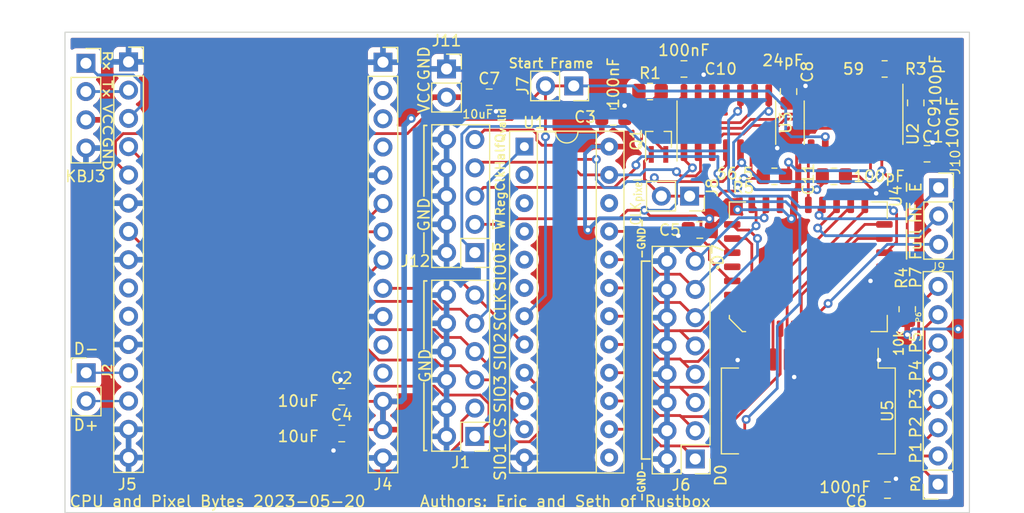
<source format=kicad_pcb>
(kicad_pcb (version 20211014) (generator pcbnew)
  (layers (0 "F.Cu" signal) (31 "B.Cu" signal) (34 "B.Paste" user) (35 "F.Paste" user) (36 "B.SilkS" user "B.Silkscreen") (37 "F.SilkS" user "F.Silkscreen") (38 "B.Mask" user) (39 "F.Mask" user) (44 "Edge.Cuts" user))
  (net 0 "")
  (net 1 "/~{W}")
  (net 2 "/D3")
  (net 3 "/D2")
  (net 4 "/D1")
  (net 5 "/D0")
  (net 6 "GND")
  (net 7 "/Full")
  (net 8 "/Q0")
  (net 9 "/Q1")
  (net 10 "/Q2")
  (net 11 "/Q3")
  (net 12 "/~{R}")
  (net 13 "/Q4")
  (net 14 "/Q5")
  (net 15 "/Q6")
  (net 16 "/Q7")
  (net 17 "/HalfFull")
  (net 18 "/Empty")
  (net 19 "/Reset")
  (net 20 "VCC")
  (net 21 "/D7")
  (net 22 "/D6")
  (net 23 "/D5")
  (net 24 "/D4")
  (net 25 "/SIO0")
  (net 26 "/SIO1")
  (net 27 "/SIO2")
  (net 28 "/SIO3")
  (net 29 "/SCLK")
  (net 30 "/CS")
  (net 31 "/D-")
  (net 32 "/D+")
  (net 33 "/KB_{Tx}")
  (net 34 "/KB_{Rx}")
  (net 40 "/StartFrame")
  (net 43 "/CLK_{pixel}")
  (net 44 "/P0")
  (net 45 "/P1")
  (net 46 "/P2")
  (net 47 "/P3")
  (net 48 "/P4")
  (net 49 "/P5")
  (net 50 "/P6")
  (net 51 "/P7")
  (net 63 "Net-(C9-Pad1)")
  (net 64 "Net-(C11-Pad1)")
  (net 65 "/Half")
  (net 66 "Net-(R5-Pad2)")
  (net 68 "Net-(U2-Pad2)")
  (net 69 "/RegClk")
  (net 70 "/Q_{valid}")
  (net 71 "Net-(C8-Pad1)")
  (footprint "Connector_PinSocket_2.54mm:PinSocket_1x02_P2.54mm_Vertical" (layer "F.Cu") (at 110.49 63.754)
    (fp_text reference "J11")
    (fp_text value "Conn_01x02_Female")
  )
  (footprint "Capacitor_SMD:C_0805_2012Metric_Pad1.18x1.45mm_HandSolder" (layer "F.Cu") (at 125.476 68.072 180)
    (fp_text reference "C3")
    (fp_text value "100nF")
  )
  (footprint "Resistor_SMD:R_0805_2012Metric_Pad1.20x1.40mm_HandSolder" (layer "F.Cu") (at 149.86 63.754)
    (fp_text reference "R3")
    (fp_text value "59")
  )
  (footprint "Connector_PinSocket_2.54mm:PinSocket_1x02_P2.54mm_Vertical" (layer "F.Cu") (at 132.334 75.184 -90)
    (fp_text reference "J8")
    (fp_text value "Conn_01x02_Female")
  )
  (footprint "Resistor_SMD:R_0805_2012Metric_Pad1.20x1.40mm_HandSolder" (layer "F.Cu") (at 128.778 65.786)
    (fp_text reference "R1")
    (fp_text value "R")
  )
  (footprint "Package_SO:SOIC-20W_7.5x15.4mm_P1.27mm" (layer "F.Cu") (at 143.002 94.488 -90)
    (fp_text reference "U5")
    (fp_text value "74LS573")
  )
  (footprint "Resistor_SMD:R_0805_2012Metric_Pad1.20x1.40mm_HandSolder" (layer "F.Cu") (at 151.892 85.344 -90)
    (fp_text reference "R4")
    (fp_text value "10k")
  )
  (footprint "Connector_PinSocket_2.54mm:PinSocket_1x03_P2.54mm_Vertical" (layer "F.Cu") (at 154.711 74.437)
    (fp_text reference "J10")
    (fp_text value "Conn_01x03_Female")
  )
  (footprint "Capacitor_SMD:C_0805_2012Metric_Pad1.18x1.45mm_HandSolder" (layer "F.Cu") (at 141.224 65.786 -90)
    (fp_text reference "C8")
    (fp_text value "24pF")
  )
  (footprint "Capacitor_SMD:C_0805_2012Metric_Pad1.18x1.45mm_HandSolder" (layer "F.Cu") (at 114.3215 66.294)
    (fp_text reference "C7")
    (fp_text value "10uF")
  )
  (footprint "Package_SO:SOIC-14_3.9x8.7mm_P1.27mm" (layer "F.Cu") (at 147.066 68.58 -90)
    (fp_text reference "U2")
    (fp_text value "74HC14")
  )
  (footprint "Connector_PinHeader_2.54mm:PinHeader_2x05_P2.54mm_Vertical" (layer "F.Cu") (at 113.035 80.259 180)
    (fp_text reference "J12")
    (fp_text value "Conn_02x05_Odd_Even")
  )
  (footprint "Connector_PinSocket_2.54mm:PinSocket_1x02_P2.54mm_Vertical" (layer "F.Cu") (at 121.92 65.278 -90)
    (fp_text reference "J7")
    (fp_text value "Conn_01x02_Female")
  )
  (footprint "Connector_PinHeader_2.54mm:PinHeader_2x08_P2.54mm_Vertical" (layer "F.Cu") (at 132.842 98.806 180)
    (fp_text reference "J6")
    (fp_text value "Conn_02x08_Odd_Even")
  )
  (footprint "Connector_PinSocket_2.54mm:PinSocket_1x04_P2.54mm_Vertical" (layer "F.Cu") (at 78.08 63.246)
    (fp_text reference "J3")
    (fp_text value "Conn_01x04_Female")
  )
  (footprint "Capacitor_SMD:C_0805_2012Metric_Pad1.18x1.45mm_HandSolder" (layer "F.Cu") (at 101.0705 93.218)
    (fp_text reference "C2")
    (fp_text value "10uF")
  )
  (footprint "Capacitor_SMD:C_0805_2012Metric_Pad1.18x1.45mm_HandSolder" (layer "F.Cu") (at 150.114 101.6 180)
    (fp_text reference "C6")
    (fp_text value "100nF")
  )
  (footprint "Capacitor_SMD:C_0805_2012Metric_Pad1.18x1.45mm_HandSolder" (layer "F.Cu") (at 101.0705 96.52)
    (fp_text reference "C4")
    (fp_text value "10uF")
  )
  (footprint "Package_LCC:PLCC-32_11.4x14.0mm_P1.27mm" (layer "F.Cu") (at 143.002 81.534 90)
    (fp_text reference "U4")
    (fp_text value "IDT7205L12JG")
  )
  (footprint "Package_TO_SOT_SMD:SOT-323_SC-70_Handsoldering" (layer "F.Cu") (at 129.54 70.104 90)
    (fp_text reference "Q1")
    (fp_text value "Q_PMOS_GSD")
  )
  (footprint "Capacitor_SMD:C_0805_2012Metric_Pad1.18x1.45mm_HandSolder" (layer "F.Cu") (at 133.2495 78.232)
    (fp_text reference "C5")
    (fp_text value "100nF")
  )
  (footprint "Capacitor_SMD:C_0805_2012Metric_Pad1.18x1.45mm_HandSolder" (layer "F.Cu") (at 145.301 73.406)
    (fp_text reference "C11")
    (fp_text value "100pF")
  )
  (footprint "Capacitor_SMD:C_0805_2012Metric_Pad1.18x1.45mm_HandSolder" (layer "F.Cu") (at 131.826 63.754 180)
    (fp_text reference "C10")
    (fp_text value "100nF")
  )
  (footprint "Connector_PinHeader_2.54mm:PinHeader_2x06_P2.54mm_Vertical" (layer "F.Cu") (at 113.03 96.774 180)
    (fp_text reference "J1")
    (fp_text value "Conn_02x06_Odd_Even")
  )
  (footprint "Capacitor_SMD:C_0805_2012Metric_Pad1.18x1.45mm_HandSolder" (layer "F.Cu") (at 152.654 66.802 -90)
    (fp_text reference "C9")
    (fp_text value "100pF")
  )
  (footprint "Resistor_SMD:R_0805_2012Metric_Pad1.20x1.40mm_HandSolder" (layer "F.Cu") (at 139.954 73.406)
    (fp_text reference "R5")
    (fp_text value "66.5")
  )
  (footprint "Package_SO:SOIC-14_3.9x8.7mm_P1.27mm" (layer "F.Cu") (at 135.636 68.58 90)
    (fp_text reference "U3")
    (fp_text value "74LS02")
  )
  (footprint "Connector_PinSocket_2.54mm:PinSocket_1x15_P2.54mm_Vertical" (layer "F.Cu") (at 104.775 63.149)
    (fp_text reference "J4")
    (fp_text value "Conn_01x15_Female")
  )
  (footprint "Connector_PinSocket_2.54mm:PinSocket_1x08_P2.54mm_Vertical" (layer "F.Cu") (at 154.661 101.077 180)
    (fp_text reference "J9")
    (fp_text value "Conn_01x08_Female")
  )
  (footprint "Connector_PinHeader_2.54mm:PinHeader_1x02_P2.54mm_Vertical" (layer "F.Cu") (at 78.105 91.059)
    (fp_text reference "J2")
    (fp_text value "Conn_01x02_Female")
  )
  (footprint "Connector_PinSocket_2.54mm:PinSocket_1x15_P2.54mm_Vertical" (layer "F.Cu") (at 81.915 63.119)
    (fp_text reference "J5")
    (fp_text value "Conn_01x15_Female")
  )
  (footprint "Capacitor_SMD:C_0805_2012Metric_Pad1.18x1.45mm_HandSolder" (layer "F.Cu") (at 153.67 71.374 180)
    (fp_text reference "C1")
    (fp_text value "100nF")
  )
  (footprint "Package_DIP:DIP-24_W7.62mm_Socket" (layer "F.Cu") (at 117.485 70.734)
    (fp_text reference "U1")
    (fp_text value "GAL22V10")
  )
  (gr_line (start 128.016 98.806) (end 128.778 98.806) (layer "F.SilkS") (width 0.15))
  (gr_line (start 108.458 68.834) (end 108.712 68.834) (layer "F.SilkS") (width 0.15))
  (gr_line (start 108.458 75.184) (end 108.458 68.834) (layer "F.SilkS") (width 0.15))
  (gr_line (start 108.458 91.948) (end 108.458 98.044) (layer "F.SilkS") (width 0.15))
  (gr_line (start 108.458 88.9) (end 108.458 82.804) (layer "F.SilkS") (width 0.15))
  (gr_line (start 108.458 82.804) (end 108.712 82.804) (layer "F.SilkS") (width 0.15))
  (gr_line (start 108.458 78.486) (end 108.458 80.264) (layer "F.SilkS") (width 0.15))
  (gr_line (start 128.778 81.026) (end 128.016 81.026) (layer "F.SilkS") (width 0.15))
  (gr_line (start 108.458 98.044) (end 108.712 98.044) (layer "F.SilkS") (width 0.15))
  (gr_line (start 128.016 81.026) (end 128.016 98.806) (layer "F.SilkS") (width 0.15))
  (gr_rect (start 76.2 103.632) (end 157.48 60.452) (layer "Edge.Cuts") (width 0.1) (fill none))
  (gr_text "~{HF}" (at 152.654 77.724 90) (layer "F.SilkS") (effects (font (size 1 1)) (justify left)))
  (gr_text "KB" (at 77.216 73.406) (layer "F.SilkS") (effects (font (size 1 1))))
  (gr_text "SCLK" (at 115.316 85.598 90) (layer "F.SilkS") (effects (font (size 1 0.9))))
  (gr_text "P2" (at 152.654 97.028 90) (layer "F.SilkS") (effects (font (size 1 1)) (justify left)))
  (gr_text "RegClk" (at 115.316 74.93 90) (layer "F.SilkS") (effects (font (size 0.8 0.8))))
  (gr_text "CLK_{pixel}" (at 127.508 75.692 90) (layer "F.SilkS") (effects (font (size 0.9 0.75) (thickness 0.12))))
  (gr_text "10uF" (at 97.155 96.774) (layer "F.SilkS") (effects (font (size 1 1))))
  (gr_text "GND" (at 108.458 63.246 90) (layer "F.SilkS") (effects (font (size 1 1))))
  (gr_text "Rx" (at 80.01 62.992 270) (layer "F.SilkS") (effects (font (size 0.8 1))))
  (gr_text "SIO0" (at 115.316 82.042 90) (layer "F.SilkS") (effects (font (size 1 1))))
  (gr_text "Half" (at 115.316 71.628 90) (layer "F.SilkS") (effects (font (size 0.8 0.8))))
  (gr_text "P5" (at 152.654 89.408 90) (layer "F.SilkS") (effects (font (size 1 1)) (justify left)))
  (gr_text "10uF" (at 97.155 93.599) (layer "F.SilkS") (effects (font (size 1 1))))
  (gr_text "CS" (at 115.316 96.012 90) (layer "F.SilkS") (effects (font (size 1 1))))
  (gr_text "Q_{valid}" (at 115.316 68.834 90) (layer "F.SilkS") (effects (font (size 0.8 0.8))))
  (gr_text "CPU and Pixel Bytes 2023-05-20" (at 89.916 102.616) (layer "F.SilkS") (effects (font (size 1 1))))
  (gr_text "P7" (at 152.654 83.566 90) (layer "F.SilkS") (effects (font (size 1 1)) (justify left)))
  (gr_text "Tx" (at 80.01 65.532 270) (layer "F.SilkS") (effects (font (size 0.8 1))))
  (gr_text "VCC" (at 80.01 68.326 270) (layer "F.SilkS") (effects (font (size 0.8 1))))
  (gr_text "P3" (at 152.654 94.488 90) (layer "F.SilkS") (effects (font (size 1 1)) (justify left)))
  (gr_text "P6" (at 152.908 86.614 90) (layer "F.SilkS") (effects (font (size 0.45 0.5) (thickness 0.09)) (justify left)))
  (gr_text "~{E}" (at 152.654 74.93 90) (layer "F.SilkS") (effects (font (size 1 1)) (justify left)))
  (gr_text "GND" (at 80.01 71.374 270) (layer "F.SilkS") (effects (font (size 0.8 1))))
  (gr_text "SIO3" (at 115.316 92.964 90) (layer "F.SilkS") (effects (font (size 1 1))))
  (gr_text "SIO2" (at 115.316 89.154 90) (layer "F.SilkS") (effects (font (size 1 1))))
  (gr_text "GND" (at 108.555 90.424 90) (layer "F.SilkS") (effects (font (size 1 1))))
  (gr_text "GND" (at 108.458 76.835 90) (layer "F.SilkS") (effects (font (size 1 1))))
  (gr_text "SIO1" (at 115.316 99.06 90) (layer "F.SilkS") (effects (font (size 1 1))))
  (gr_text "P4" (at 152.654 91.948 90) (layer "F.SilkS") (effects (font (size 1 1)) (justify left)))
  (gr_text "Start Frame" (at 119.888 63.246) (layer "F.SilkS") (effects (font (size 0.85 0.85))))
  (gr_text "-GND-" (at 128.016 100.838 90) (layer "F.SilkS") (effects (font (size 0.65 0.65))))
  (gr_text "Authors: Eric and Seth of Rustbox" (at 121.158 102.616) (layer "F.SilkS") (effects (font (size 1 1))))
  (gr_text "~{Full}" (at 152.654 81.026 90) (layer "F.SilkS") (effects (font (size 1 1)) (justify left)))
  (gr_text "-GND-" (at 128.016 78.994 90) (layer "F.SilkS") (effects (font (size 0.65 0.65))))
  (gr_text "~{R}" (at 115.316 79.756 90) (layer "F.SilkS") (effects (font (size 0.8 0.8))))
  (gr_text "D7" (at 134.874 81.534 90) (layer "F.SilkS") (effects (font (size 1 1)) (justify left)))
  (gr_text "D+" (at 78.105 95.758) (layer "F.SilkS") (effects (font (size 1 1))))
  (gr_text "P1" (at 152.654 99.314 90) (layer "F.SilkS") (effects (font (size 1 1)) (justify left)))
  (gr_text "VCC" (at 108.458 66.294 90) (layer "F.SilkS") (effects (font (size 1 1))))
  (gr_text "." (at 134.874 80.772) (layer "F.SilkS") (effects (font (size 2 2))))
  (gr_text "100nF" (at 146.304 101.346) (layer "F.SilkS") (effects (font (size 1 1))))
  (gr_text "10uF" (at 113.284 67.818) (layer "F.SilkS") (effects (font (size 0.75 0.75) (thickness 0.12))))
  (gr_text "D-" (at 78.105 88.9) (layer "F.SilkS") (effects (font (size 1 1))))
  (gr_text "P0" (at 152.654 101.854 90) (layer "F.SilkS") (effects (font (size 0.75 0.75)) (justify left)))
  (gr_text "D0" (at 135.128 101.346 90) (layer "F.SilkS") (effects (font (size 1 1)) (justify left)))
  (gr_text "~{W}" (at 115.316 77.724 90) (layer "F.SilkS") (effects (font (size 0.8 0.8))))
  (segment (start 132.588 72.644) (end 131.826 71.882) (width 0.25) (layer "F.Cu") (net 1))
  (segment (start 116.078 77.216) (end 125.984 77.216) (width 0.25) (layer "F.Cu") (net 1))
  (segment (start 125.984 77.216) (end 126.746 76.454) (width 0.25) (layer "F.Cu") (net 1))
  (segment (start 128.778 76.962) (end 128.27 76.454) (width 0.25) (layer "F.Cu") (net 1))
  (segment (start 134.112 80.890072) (end 134.112 79.564316) (width 0.25) (layer "F.Cu") (net 1))
  (segment (start 134.112 79.564316) (end 133.920316 79.564316) (width 0.25) (layer "F.Cu") (net 1))
  (segment (start 136.025928 82.804) (end 134.112 80.890072) (width 0.25) (layer "F.Cu") (net 1))
  (segment (start 132.842 76.962) (end 128.778 76.962) (width 0.25) (layer "F.Cu") (net 1))
  (segment (start 136.1645 82.804) (end 136.025928 82.804) (width 0.25) (layer "F.Cu") (net 1))
  (segment (start 133.35 77.47) (end 132.842 76.962) (width 0.25) (layer "F.Cu") (net 1))
  (segment (start 113.035 77.719) (end 115.575 77.719) (width 0.25) (layer "F.Cu") (net 1))
  (segment (start 131.826 71.882) (end 131.826 71.055) (width 0.25) (layer "F.Cu") (net 1))
  (segment (start 133.35 78.994) (end 133.35 77.47) (width 0.25) (layer "F.Cu") (net 1))
  (segment (start 126.746 76.454) (end 128.27 76.454) (width 0.25) (layer "F.Cu") (net 1))
  (segment (start 115.575 77.719) (end 116.078 77.216) (width 0.25) (layer "F.Cu") (net 1))
  (segment (start 133.920316 79.564316) (end 133.35 78.994) (width 0.25) (layer "F.Cu") (net 1))
  (via (at 128.27 76.454) (size 0.8) (drill 0.4) (layers "F.Cu" "B.Cu") (net 1))
  (via (at 132.588 72.644) (size 0.8) (drill 0.4) (layers "F.Cu" "B.Cu") (net 1))
  (segment (start 130.556 76.454) (end 131.159489 75.850511) (width 0.25) (layer "B.Cu") (net 1))
  (segment (start 131.159489 75.850511) (end 131.159489 74.009489) (width 0.25) (layer "B.Cu") (net 1))
  (segment (start 131.159489 74.009489) (end 132.524978 72.644) (width 0.25) (layer "B.Cu") (net 1))
  (segment (start 128.27 76.454) (end 130.556 76.454) (width 0.25) (layer "B.Cu") (net 1))
  (segment (start 132.524978 72.644) (end 132.588 72.644) (width 0.25) (layer "B.Cu") (net 1))
  (segment (start 136.1645 86.98451) (end 136.1645 85.344) (width 0.25) (layer "F.Cu") (net 2))
  (segment (start 131.699 90.043) (end 132.842 91.186) (width 0.25) (layer "F.Cu") (net 2))
  (segment (start 125.105 88.514) (end 128.265 88.514) (width 0.25) (layer "F.Cu") (net 2))
  (segment (start 128.265 88.514) (end 129.571511 89.820511) (width 0.25) (layer "F.Cu") (net 2))
  (segment (start 133.10601 90.043) (end 136.1645 86.98451) (width 0.25) (layer "F.Cu") (net 2))
  (segment (start 131.476511 89.820511) (end 131.699 90.043) (width 0.25) (layer "F.Cu") (net 2))
  (segment (start 129.571511 89.820511) (end 131.476511 89.820511) (width 0.25) (layer "F.Cu") (net 2))
  (segment (start 131.699 90.043) (end 133.10601 90.043) (width 0.25) (layer "F.Cu") (net 2))
  (segment (start 136.747489 92.360511) (end 137.922 91.186) (width 0.25) (layer "F.Cu") (net 3))
  (segment (start 137.922 91.186) (end 137.922 87.0965) (width 0.25) (layer "F.Cu") (net 3))
  (segment (start 131.476511 92.360511) (end 132.842 93.726) (width 0.25) (layer "F.Cu") (net 3))
  (segment (start 129.571511 92.360511) (end 131.476511 92.360511) (width 0.25) (layer "F.Cu") (net 3))
  (segment (start 125.105 91.054) (end 128.265 91.054) (width 0.25) (layer "F.Cu") (net 3))
  (segment (start 131.476511 92.360511) (end 136.747489 92.360511) (width 0.25) (layer "F.Cu") (net 3))
  (segment (start 128.265 91.054) (end 129.571511 92.360511) (width 0.25) (layer "F.Cu") (net 3))
  (segment (start 129.571511 94.900511) (end 131.476511 94.900511) (width 0.25) (layer "F.Cu") (net 4))
  (segment (start 125.105 93.594) (end 128.265 93.594) (width 0.25) (layer "F.Cu") (net 4))
  (segment (start 131.572 94.996) (end 135.095072 94.996) (width 0.25) (layer "F.Cu") (net 4))
  (segment (start 131.572 94.996) (end 132.842 96.266) (width 0.25) (layer "F.Cu") (net 4))
  (segment (start 128.265 93.594) (end 129.571511 94.900511) (width 0.25) (layer "F.Cu") (net 4))
  (segment (start 139.192 90.899072) (end 139.192 87.0965) (width 0.25) (layer "F.Cu") (net 4))
  (segment (start 131.476511 94.900511) (end 131.572 94.996) (width 0.25) (layer "F.Cu") (net 4))
  (segment (start 135.095072 94.996) (end 139.192 90.899072) (width 0.25) (layer "F.Cu") (net 4))
  (segment (start 125.105 96.134) (end 128.265 96.134) (width 0.25) (layer "F.Cu") (net 5))
  (segment (start 134.007897 97.631489) (end 140.47248 91.166906) (width 0.25) (layer "F.Cu") (net 5))
  (segment (start 131.667489 97.631489) (end 134.007897 97.631489) (width 0.25) (layer "F.Cu") (net 5))
  (segment (start 128.265 96.134) (end 129.762489 97.631489) (width 0.25) (layer "F.Cu") (net 5))
  (segment (start 140.47248 91.166906) (end 140.47248 87.10698) (width 0.25) (layer "F.Cu") (net 5))
  (segment (start 140.47248 87.10698) (end 140.462 87.0965) (width 0.25) (layer "F.Cu") (net 5))
  (segment (start 131.667489 97.631489) (end 132.842 98.806) (width 0.25) (layer "F.Cu") (net 5))
  (segment (start 129.762489 97.631489) (end 131.667489 97.631489) (width 0.25) (layer "F.Cu") (net 5))
  (segment (start 133.332825 64.008) (end 133.595339 64.270514) (width 0.25) (layer "F.Cu") (net 6))
  (segment (start 154.178 70.358) (end 154.178 70.8445) (width 0.25) (layer "F.Cu") (net 6))
  (segment (start 154.178 70.8445) (end 154.7075 71.374) (width 0.25) (layer "F.Cu") (net 6))
  (segment (start 141.224 66.802) (end 142.748 65.278) (width 0.25) (layer "F.Cu") (net 6))
  (segment (start 100.033 97.747) (end 100.33 98.044) (width 0.25) (layer "F.Cu") (net 6))
  (segment (start 152.654 68.834) (end 154.178 70.358) (width 0.25) (layer "F.Cu") (net 6))
  (segment (start 126.5135 68.072) (end 126.5135 67.0775) (width 0.25) (layer "F.Cu") (net 6))
  (segment (start 137.287 89.863) (end 136.705 89.863) (width 0.25) (layer "F.Cu") (net 6))
  (segment (start 154.2785 71.12) (end 154.2785 70.4585) (width 0.25) (layer "F.Cu") (net 6))
  (segment (start 100.033 96.52) (end 100.033 97.747) (width 0.25) (layer "F.Cu") (net 6))
  (segment (start 147.574 73.406) (end 149.098 74.93) (width 0.25) (layer "F.Cu") (net 6))
  (segment (start 136.705 89.863) (end 136.652 89.916) (width 0.25) (layer "F.Cu") (net 6))
  (segment (start 152.654 67.8395) (end 152.654 68.834) (width 0.25) (layer "F.Cu") (net 6))
  (segment (start 148.59 82.804) (end 149.8395 82.804) (width 0.25) (layer "F.Cu") (net 6))
  (segment (start 115.359 67.14) (end 114.935 67.564) (width 0.25) (layer "F.Cu") (net 6))
  (segment (start 115.359 66.294) (end 115.359 67.14) (width 0.25) (layer "F.Cu") (net 6))
  (segment (start 131.826 78.232) (end 131.318 78.74) (width 0.25) (layer "F.Cu") (net 6))
  (segment (start 143.256 65.786) (end 142.748 65.278) (width 0.25) (layer "F.Cu") (net 6))
  (segment (start 139.446 71.055) (end 140.019 71.055) (width 0.25) (layer "F.Cu") (net 6))
  (segment (start 141.224 66.8235) (end 141.224 66.802) (width 0.25) (layer "F.Cu") (net 6))
  (segment (start 132.212 78.232) (end 131.826 78.232) (width 0.25) (layer "F.Cu") (net 6))
  (segment (start 140.019 71.055) (end 140.208 70.866) (width 0.25) (layer "F.Cu") (net 6))
  (segment (start 143.256 66.105) (end 143.256 65.786) (width 0.25) (layer "F.Cu") (net 6))
  (segment (start 141.732 87.0965) (end 141.732 91.44) (width 0.25) (layer "F.Cu") (net 6))
  (segment (start 100.033 93.218) (end 100.033 92.626) (width 0.25) (layer "F.Cu") (net 6))
  (segment (start 148.717 89.863) (end 149.299 89.863) (width 0.25) (layer "F.Cu") (net 6))
  (segment (start 149.299 89.863) (end 149.352 89.916) (width 0.25) (layer "F.Cu") (net 6))
  (segment (start 133.380014 64.270514) (end 132.8635 63.754) (width 0.25) (layer "F.Cu") (net 6))
  (segment (start 133.595339 64.270514) (end 133.380014 64.270514) (width 0.25) (layer "F.Cu") (net 6))
  (segment (start 154.2785 70.4585) (end 154.178 70.358) (width 0.25) (layer "F.Cu") (net 6))
  (segment (start 100.033 92.626) (end 100.965 91.694) (width 0.25) (layer "F.Cu") (net 6))
  (segment (start 126.5135 67.0775) (end 126.492 67.056) (width 0.25) (layer "F.Cu") (net 6))
  (segment (start 151.1515 100.8595) (end 150.876 100.584) (width 0.25) (layer "F.Cu") (net 6))
  (segment (start 146.076 73.406) (end 147.574 73.406) (width 0.25) (layer "F.Cu") (net 6))
  (segment (start 151.1515 101.6) (end 151.1515 100.8595) (width 0.25) (layer "F.Cu") (net 6))
  (via (at 131.318 78.74) (size 0.8) (drill 0.4) (layers "F.Cu" "B.Cu") (net 6))
  (via (at 136.652 89.916) (size 0.8) (drill 0.4) (layers "F.Cu" "B.Cu") (net 6))
  (via (at 149.098 74.93) (size 0.8) (drill 0.4) (layers "F.Cu" "B.Cu") (net 6))
  (via (at 154.178 70.358) (size 0.8) (drill 0.4) (layers "F.Cu" "B.Cu") (net 6))
  (via (at 142.748 65.278) (size 0.8) (drill 0.4) (layers "F.Cu" "B.Cu") (net 6))
  (via (at 149.352 89.916) (size 0.8) (drill 0.4) (layers "F.Cu" "B.Cu") (net 6))
  (via (at 126.492 67.056) (size 0.8) (drill 0.4) (layers "F.Cu" "B.Cu") (net 6))
  (via (at 148.59 82.804) (size 0.8) (drill 0.4) (layers "F.Cu" "B.Cu") (net 6))
  (via (at 141.732 91.44) (size 0.8) (drill 0.4) (layers "F.Cu" "B.Cu") (net 6))
  (via (at 114.935 67.564) (size 0.8) (drill 0.4) (layers "F.Cu" "B.Cu") (net 6))
  (via (at 140.208 70.866) (size 0.8) (drill 0.4) (layers "F.Cu" "B.Cu") (net 6))
  (via (at 150.876 100.584) (size 0.8) (drill 0.4) (layers "F.Cu" "B.Cu") (net 6))
  (via (at 100.965 91.694) (size 0.8) (drill 0.4) (layers "F.Cu" "B.Cu") (net 6))
  (via (at 100.33 98.044) (size 0.8) (drill 0.4) (layers "F.Cu" "B.Cu") (net 6))
  (via (at 133.595339 64.270514) (size 0.8) (drill 0.4) (layers "F.Cu" "B.Cu") (net 6))
  (segment (start 130.302 81.026) (end 130.302 83.566) (width 0.25) (layer "B.Cu") (net 6))
  (segment (start 130.302 83.566) (end 130.302 86.106) (width 0.25) (layer "B.Cu") (net 6))
  (segment (start 143.002 86.614) (end 143.002 87.0965) (width 0.25) (layer "F.Cu") (net 7))
  (segment (start 144.78 84.836) (end 143.002 86.614) (width 0.25) (layer "F.Cu") (net 7))
  (via (at 144.78 84.836) (size 0.8) (drill 0.4) (layers "F.Cu" "B.Cu") (net 7))
  (segment (start 150.099 79.517) (end 144.78 84.836) (width 0.25) (layer "B.Cu") (net 7))
  (segment (start 154.711 79.517) (end 150.099 79.517) (width 0.25) (layer "B.Cu") (net 7))
  (segment (start 147.447 89.461928) (end 146.18748 88.202408) (width 0.25) (layer "F.Cu") (net 8))
  (segment (start 147.447 89.863) (end 147.447 89.461928) (width 0.25) (layer "F.Cu") (net 8))
  (segment (start 144.59752 86.03448) (end 144.272 86.36) (width 0.25) (layer "F.Cu") (net 8))
  (segment (start 144.272 86.36) (end 144.272 87.0965) (width 0.25) (layer "F.Cu") (net 8))
  (segment (start 146.18748 86.24348) (end 145.97848 86.03448) (width 0.25) (layer "F.Cu") (net 8))
  (segment (start 146.18748 88.202408) (end 146.18748 86.24348) (width 0.25) (layer "F.Cu") (net 8))
  (segment (start 145.97848 86.03448) (end 144.59752 86.03448) (width 0.25) (layer "F.Cu") (net 8))
  (segment (start 145.542 87.0965) (end 145.542 89.228) (width 0.25) (layer "F.Cu") (net 9))
  (segment (start 145.542 89.228) (end 146.177 89.863) (width 0.25) (layer "F.Cu") (net 9))
  (segment (start 144.907 90.264072) (end 145.830448 91.18752) (width 0.25) (layer "F.Cu") (net 10))
  (segment (start 144.907 89.863) (end 144.907 90.264072) (width 0.25) (layer "F.Cu") (net 10))
  (segment (start 145.830448 91.18752) (end 147.82648 91.18752) (width 0.25) (layer "F.Cu") (net 10))
  (segment (start 148.082 90.932) (end 148.082 87.0965) (width 0.25) (layer "F.Cu") (net 10))
  (segment (start 147.82648 91.18752) (end 148.082 90.932) (width 0.25) (layer "F.Cu") (net 10))
  (segment (start 143.637 90.264072) (end 145.009968 91.63704) (width 0.25) (layer "F.Cu") (net 11))
  (segment (start 143.637 89.863) (end 143.637 90.264072) (width 0.25) (layer "F.Cu") (net 11))
  (segment (start 145.009968 91.63704) (end 148.90096 91.63704) (width 0.25) (layer "F.Cu") (net 11))
  (segment (start 150.076511 90.461489) (end 150.076511 85.581011) (width 0.25) (layer "F.Cu") (net 11))
  (segment (start 148.90096 91.63704) (end 150.076511 90.461489) (width 0.25) (layer "F.Cu") (net 11))
  (segment (start 150.076511 85.581011) (end 149.8395 85.344) (width 0.25) (layer "F.Cu") (net 11))
  (segment (start 149.978072 80.264) (end 149.8395 80.264) (width 0.25) (layer "F.Cu") (net 12))
  (segment (start 136.906 67.31) (end 136.652 67.564) (width 0.25) (layer "F.Cu") (net 12))
  (segment (start 150.93448 79.307592) (end 150.93448 76.76648) (width 0.25) (layer "F.Cu") (net 12))
  (segment (start 150.93448 76.76648) (end 150.6595 76.4915) (width 0.25) (layer "F.Cu") (net 12))
  (segment (start 150.93448 79.307592) (end 149.978072 80.264) (width 0.25) (layer "F.Cu") (net 12))
  (segment (start 136.906 66.105) (end 136.906 67.31) (width 0.25) (layer "F.Cu") (net 12))
  (via (at 136.652 67.564) (size 0.8) (drill 0.4) (layers "F.Cu" "B.Cu") (net 12))
  (via (at 150.6595 76.4915) (size 0.8) (drill 0.4) (layers "F.Cu" "B.Cu") (net 12))
  (segment (start 150.6595 76.4915) (end 150.351927 76.183927) (width 0.25) (layer "B.Cu") (net 12))
  (segment (start 111.860489 69.612501) (end 111.860489 79.084489) (width 0.25) (layer "B.Cu") (net 12))
  (segment (start 111.860489 79.084489) (end 113.035 80.259) (width 0.25) (layer "B.Cu") (net 12))
  (segment (start 112.548501 68.924489) (end 111.860489 69.612501) (width 0.25) (layer "B.Cu") (net 12))
  (segment (start 141.224 75.184) (end 136.389386 75.184) (width 0.25) (layer "B.Cu") (net 12))
  (segment (start 135.838173 68.377827) (end 136.652 67.564) (width 0.25) (layer "B.Cu") (net 12))
  (segment (start 135.838173 74.632787) (end 135.838173 68.377827) (width 0.25) (layer "B.Cu") (net 12))
  (segment (start 136.389386 75.184) (end 135.838173 74.632787) (width 0.25) (layer "B.Cu") (net 12))
  (segment (start 126.582489 68.924489) (end 112.548501 68.924489) (width 0.25) (layer "B.Cu") (net 12))
  (segment (start 150.351927 76.183927) (end 142.223927 76.183927) (width 0.25) (layer "B.Cu") (net 12))
  (segment (start 128.778 71.12) (end 126.582489 68.924489) (width 0.25) (layer "B.Cu") (net 12))
  (segment (start 135.838173 71.12) (end 128.778 71.12) (width 0.25) (layer "B.Cu") (net 12))
  (segment (start 142.223927 76.183927) (end 141.224 75.184) (width 0.25) (layer "B.Cu") (net 12))
  (segment (start 142.367 89.863) (end 142.367 84.074718) (width 0.25) (layer "F.Cu") (net 13))
  (segment (start 142.367 84.074718) (end 147.447718 78.994) (width 0.25) (layer "F.Cu") (net 13))
  (segment (start 147.447718 78.994) (end 149.8395 78.994) (width 0.25) (layer "F.Cu") (net 13))
  (segment (start 141.097 89.863) (end 141.097 84.709) (width 0.25) (layer "F.Cu") (net 14))
  (segment (start 141.097 84.709) (end 148.082 77.724) (width 0.25) (layer "F.Cu") (net 14))
  (segment (start 148.082 77.724) (end 149.8395 77.724) (width 0.25) (layer "F.Cu") (net 14))
  (segment (start 139.827 89.863) (end 139.827 84.709) (width 0.25) (layer "F.Cu") (net 15))
  (segment (start 139.827 84.709) (end 148.082 76.454) (width 0.25) (layer "F.Cu") (net 15))
  (segment (start 148.082 76.454) (end 148.082 75.9715) (width 0.25) (layer "F.Cu") (net 15))
  (segment (start 138.557 83.693) (end 139.954 82.296) (width 0.25) (layer "F.Cu") (net 16))
  (segment (start 140.626072 82.296) (end 146.812 76.110072) (width 0.25) (layer "F.Cu") (net 16))
  (segment (start 139.954 82.296) (end 140.626072 82.296) (width 0.25) (layer "F.Cu") (net 16))
  (segment (start 138.557 89.863) (end 138.557 83.693) (width 0.25) (layer "F.Cu") (net 16))
  (segment (start 146.812 76.110072) (end 146.812 75.9715) (width 0.25) (layer "F.Cu") (net 16))
  (segment (start 145.542 76.355474) (end 143.841737 78.055737) (width 0.25) (layer "F.Cu") (net 17))
  (segment (start 145.542 75.9715) (end 145.542 76.355474) (width 0.25) (layer "F.Cu") (net 17))
  (segment (start 145.365737 76.531737) (end 145.365737 76.147763) (width 0.25) (layer "F.Cu") (net 17))
  (segment (start 145.365737 76.147763) (end 145.542 75.9715) (width 0.25) (layer "F.Cu") (net 17))
  (via (at 143.841737 78.055737) (size 0.8) (drill 0.4) (layers "F.Cu" "B.Cu") (net 17))
  (segment (start 144.526 78.74) (end 152.948 78.74) (width 0.25) (layer "B.Cu") (net 17))
  (segment (start 154.711 76.977) (end 152.948 78.74) (width 0.25) (layer "B.Cu") (net 17))
  (segment (start 144.526 78.74) (end 143.841737 78.055737) (width 0.25) (layer "B.Cu") (net 17))
  (segment (start 143.964438 76.279062) (end 144.272 75.9715) (width 0.25) (layer "F.Cu") (net 18))
  (segment (start 143.964438 76.908438) (end 143.964438 76.279062) (width 0.25) (layer "F.Cu") (net 18))
  (via (at 143.964438 76.908438) (size 0.8) (drill 0.4) (layers "F.Cu" "B.Cu") (net 18))
  (segment (start 144.272 77.216) (end 151.932 77.216) (width 0.25) (layer "B.Cu") (net 18))
  (segment (start 154.711 74.437) (end 151.932 77.216) (width 0.25) (layer "B.Cu") (net 18))
  (segment (start 144.272 77.216) (end 143.964438 76.908438) (width 0.25) (layer "B.Cu") (net 18))
  (segment (start 143.002 75.9715) (end 143.002 71.309) (width 0.25) (layer "F.Cu") (net 19))
  (segment (start 143.002 71.309) (end 143.256 71.055) (width 0.25) (layer "F.Cu") (net 19))
  (segment (start 129.54 68.774) (end 129.54 68.326) (width 0.25) (layer "F.Cu") (net 20))
  (segment (start 131.826 64.7915) (end 130.7885 63.754) (width 0.3) (layer "F.Cu") (net 20))
  (segment (start 143.51 69.088) (end 148.073386 69.088) (width 0.25) (layer "F.Cu") (net 20))
  (segment (start 136.025928 80.264) (end 136.1645 80.264) (width 0.25) (layer "F.Cu") (net 20))
  (segment (start 150.941 71.12) (end 150.876 71.055) (width 0.25) (layer "F.Cu") (net 20))
  (segment (start 134.112 78.232) (end 135.939274 76.404726) (width 0.25) (layer "F.Cu") (net 20))
  (segment (start 134.112 78.232) (end 134.112 77.216) (width 0.25) (layer "F.Cu") (net 20))
  (segment (start 110.49 66.294) (end 113.284 66.294) (width 0.5) (layer "F.Cu") (net 20))
  (segment (start 141.948511 70.649489) (end 143.51 69.088) (width 0.25) (layer "F.Cu") (net 20))
  (segment (start 104.775 96.169) (end 102.459 96.169) (width 0.25) (layer "F.Cu") (net 20))
  (segment (start 109.22 66.294) (end 110.49 66.294) (width 0.25) (layer "F.Cu") (net 20))
  (segment (start 141.948511 75.754989) (end 141.948511 70.649489) (width 0.25) (layer "F.Cu") (net 20))
  (segment (start 129.54 68.391) (end 131.826 66.105) (width 0.25) (layer "F.Cu") (net 20))
  (segment (start 102.519 93.629) (end 102.108 93.218) (width 0.25) (layer "F.Cu") (net 20))
  (segment (start 135.939274 76.404726) (end 136.645082 76.404726) (width 0.25) (layer "F.Cu") (net 20))
  (segment (start 148.073386 69.088) (end 148.581386 69.596) (width 0.25) (layer "F.Cu") (net 20))
  (segment (start 141.478 76.2255) (end 141.986 75.7175) (width 0.25) (layer "F.Cu") (net 20))
  (segment (start 104.775 93.629) (end 102.519 93.629) (width 0.25) (layer "F.Cu") (net 20))
  (segment (start 134.112 78.350072) (end 136.025928 80.264) (width 0.25) (layer "F.Cu") (net 20))
  (segment (start 151.892 86.344) (end 151.892 87.63) (width 0.25) (layer "F.Cu") (net 20))
  (segment (start 141.478 77.216) (end 141.478 76.2255) (width 0.25) (layer "F.Cu") (net 20))
  (segment (start 148.581386 69.596) (end 150.368 69.596) (width 0.25) (layer "F.Cu") (net 20))
  (segment (start 134.112 78.232) (end 134.112 78.350072) (width 0.25) (layer "F.Cu") (net 20))
  (segment (start 102.459 96.169) (end 102.108 96.52) (width 0.25) (layer "F.Cu") (net 20))
  (segment (start 149.0765 99.4725) (end 148.717 99.113) (width 0.25) (layer "F.Cu") (net 20))
  (segment (start 150.368 69.596) (end 150.876 70.104) (width 0.25) (layer "F.Cu") (net 20))
  (segment (start 149.0765 101.6) (end 149.0765 99.4725) (width 0.25) (layer "F.Cu") (net 20))
  (segment (start 150.876 70.104) (end 150.876 71.055) (width 0.25) (layer "F.Cu") (net 20))
  (segment (start 107.315 68.199) (end 109.22 66.294) (width 0.5) (layer "F.Cu") (net 20))
  (segment (start 131.826 66.105) (end 131.826 64.7915) (width 0.3) (layer "F.Cu") (net 20))
  (via (at 134.112 77.216) (size 0.8) (drill 0.4) (layers "F.Cu" "B.Cu") (net 20))
  (via (at 107.315 68.199) (size 0.8) (drill 0.4) (layers "F.Cu" "B.Cu") (net 20))
  (via (at 141.478 77.216) (size 0.8) (drill 0.4) (layers "F.Cu" "B.Cu") (net 20))
  (via (at 123.19 78.232) (size 0.8) (drill 0.4) (layers "F.Cu" "B.Cu") (net 20))
  (via (at 156.464 87.122) (size 0.8) (drill 0.4) (layers "F.Cu" "B.Cu") (net 20))
  (via (at 151.892 87.63) (size 0.8) (drill 0.4) (layers "F.Cu" "B.Cu") (net 20))
  (via (at 136.645082 76.404726) (size 0.8) (drill 0.4) (layers "F.Cu" "B.Cu") (net 20))
  (segment (start 104.775 96.169) (end 104.775 93.629) (width 0.5) (layer "B.Cu") (net 20))
  (segment (start 107.315 68.199) (end 106.68 68.834) (width 0.5) (layer "B.Cu") (net 20))
  (segment (start 123.19 78.232) (end 124.242511 77.179489) (width 0.35) (layer "B.Cu") (net 20))
  (segment (start 127.900164 77.179489) (end 127.949186 77.228511) (width 0.35) (layer "B.Cu") (net 20))
  (segment (start 106.396 93.629) (end 104.775 93.629) (width 0.5) (layer "B.Cu") (net 20))
  (segment (start 106.68 68.834) (end 106.68 93.345) (width 0.5) (layer "B.Cu") (net 20))
  (segment (start 106.68 93.345) (end 106.396 93.629) (width 0.5) (layer "B.Cu") (net 20))
  (segment (start 124.242511 77.179489) (end 127.900164 77.179489) (width 0.35) (layer "B.Cu") (net 20))
  (segment (start 123.576 70.734) (end 125.105 70.734) (width 0.35) (layer "B.Cu") (net 20))
  (segment (start 132.242164 77.228511) (end 132.254675 77.216) (width 0.35) (layer "B.Cu") (net 20))
  (segment (start 127.949186 77.228511) (end 132.242164 77.228511) (width 0.35) (layer "B.Cu") (net 20))
  (segment (start 122.936 71.374) (end 122.936 77.978) (width 0.35) (layer "B.Cu") (net 20))
  (segment (start 132.254675 77.216) (end 134.112 77.216) (width 0.35) (layer "B.Cu") (net 20))
  (segment (start 122.936 71.374) (end 123.576 70.734) (width 0.35) (layer "B.Cu") (net 20))
  (segment (start 140.666726 76.404726) (end 141.478 77.216) (width 0.25) (layer "B.Cu") (net 20))
  (segment (start 152.4 87.122) (end 156.464 87.122) (width 0.25) (layer "B.Cu") (net 20))
  (segment (start 151.892 87.63) (end 152.4 87.122) (width 0.25) (layer "B.Cu") (net 20))
  (segment (start 122.936 77.978) (end 123.19 78.232) (width 0.25) (layer "B.Cu") (net 20))
  (segment (start 136.645082 76.404726) (end 140.666726 76.404726) (width 0.25) (layer "B.Cu") (net 20))
  (segment (start 129.54 79.502) (end 132.08 79.502) (width 0.25) (layer "F.Cu") (net 21))
  (segment (start 128.392 78.354) (end 129.54 79.502) (width 0.25) (layer "F.Cu") (net 21))
  (segment (start 139.031799 77.139946) (end 139.031799 76.131701) (width 0.25) (layer "F.Cu") (net 21))
  (segment (start 132.842 80.264) (end 132.842 81.026) (width 0.25) (layer "F.Cu") (net 21))
  (segment (start 125.105 78.354) (end 128.392 78.354) (width 0.25) (layer "F.Cu") (net 21))
  (segment (start 132.08 79.502) (end 132.842 80.264) (width 0.25) (layer "F.Cu") (net 21))
  (segment (start 139.031799 76.131701) (end 139.192 75.9715) (width 0.25) (layer "F.Cu") (net 21))
  (via (at 139.031799 77.139946) (size 0.8) (drill 0.4) (layers "F.Cu" "B.Cu") (net 21))
  (segment (start 139.014043 77.12219) (end 139.031799 77.139946) (width 0.25) (layer "B.Cu") (net 21))
  (segment (start 136.74581 77.12219) (end 139.014043 77.12219) (width 0.25) (layer "B.Cu") (net 21))
  (segment (start 132.842 81.026) (end 136.74581 77.12219) (width 0.25) (layer "B.Cu") (net 21))
  (segment (start 138.307299 77.846701) (end 138.307299 76.356799) (width 0.25) (layer "F.Cu") (net 22))
  (segment (start 125.105 80.894) (end 128.265 80.894) (width 0.25) (layer "F.Cu") (net 22))
  (segment (start 138.307299 76.356799) (end 137.922 75.9715) (width 0.25) (layer "F.Cu") (net 22))
  (segment (start 129.571511 82.200511) (end 131.476511 82.200511) (width 0.25) (layer "F.Cu") (net 22))
  (segment (start 131.476511 82.200511) (end 132.842 83.566) (width 0.25) (layer "F.Cu") (net 22))
  (segment (start 128.265 80.894) (end 129.571511 82.200511) (width 0.25) (layer "F.Cu") (net 22))
  (via (at 138.307299 77.846701) (size 0.8) (drill 0.4) (layers "F.Cu" "B.Cu") (net 22))
  (segment (start 132.842 83.566) (end 132.842 83.312) (width 0.25) (layer "B.Cu") (net 22))
  (segment (start 132.842 83.312) (end 138.307299 77.846701) (width 0.25) (layer "B.Cu") (net 22))
  (segment (start 129.571511 84.740511) (end 131.476511 84.740511) (width 0.25) (layer "F.Cu") (net 23))
  (segment (start 128.265 83.434) (end 129.571511 84.740511) (width 0.25) (layer "F.Cu") (net 23))
  (segment (start 125.105 83.434) (end 128.265 83.434) (width 0.25) (layer "F.Cu") (net 23))
  (segment (start 138.425701 78.989701) (end 137.668 78.232) (width 0.25) (layer "F.Cu") (net 23))
  (segment (start 131.476511 84.740511) (end 132.842 86.106) (width 0.25) (layer "F.Cu") (net 23))
  (segment (start 136.6725 78.232) (end 136.1645 77.724) (width 0.25) (layer "F.Cu") (net 23))
  (segment (start 137.668 78.232) (end 136.6725 78.232) (width 0.25) (layer "F.Cu") (net 23))
  (segment (start 138.434299 78.989701) (end 138.425701 78.989701) (width 0.25) (layer "F.Cu") (net 23))
  (via (at 138.434299 78.989701) (size 0.8) (drill 0.4) (layers "F.Cu" "B.Cu") (net 23))
  (segment (start 132.842 86.106) (end 138.434299 80.513701) (width 0.25) (layer "B.Cu") (net 23))
  (segment (start 138.434299 80.513701) (end 138.434299 78.989701) (width 0.25) (layer "B.Cu") (net 23))
  (segment (start 137.414 78.994) (end 136.1645 78.994) (width 0.25) (layer "F.Cu") (net 24))
  (segment (start 134.874 85.73501) (end 134.874 85.225928) (width 0.25) (layer "F.Cu") (net 24))
  (segment (start 133.328499 87.280511) (end 134.874 85.73501) (width 0.25) (layer "F.Cu") (net 24))
  (segment (start 128.265 85.974) (end 129.571511 87.280511) (width 0.25) (layer "F.Cu") (net 24))
  (segment (start 137.27652 84.71948) (end 137.922 84.074) (width 0.25) (layer "F.Cu") (net 24))
  (segment (start 137.922 84.074) (end 137.922 79.502) (width 0.25) (layer "F.Cu") (net 24))
  (segment (start 131.476511 87.280511) (end 133.328499 87.280511) (width 0.25) (layer "F.Cu") (net 24))
  (segment (start 125.105 85.974) (end 128.265 85.974) (width 0.25) (layer "F.Cu") (net 24))
  (segment (start 129.571511 87.280511) (end 131.476511 87.280511) (width 0.25) (layer "F.Cu") (net 24))
  (segment (start 134.874 85.225928) (end 135.380448 84.71948) (width 0.25) (layer "F.Cu") (net 24))
  (segment (start 137.922 79.502) (end 137.414 78.994) (width 0.25) (layer "F.Cu") (net 24))
  (segment (start 131.476511 87.280511) (end 132.842 88.646) (width 0.25) (layer "F.Cu") (net 24))
  (segment (start 135.380448 84.71948) (end 137.27652 84.71948) (width 0.25) (layer "F.Cu") (net 24))
  (segment (start 108.047 83.469) (end 108.966 82.55) (width 0.25) (layer "F.Cu") (net 25))
  (segment (start 108.966 82.55) (end 111.506 82.55) (width 0.25) (layer "F.Cu") (net 25))
  (segment (start 113.03 84.074) (end 117.47 88.514) (width 0.25) (layer "F.Cu") (net 25))
  (segment (start 104.775 83.469) (end 108.047 83.469) (width 0.25) (layer "F.Cu") (net 25))
  (segment (start 111.506 82.55) (end 113.03 84.074) (width 0.25) (layer "F.Cu") (net 25))
  (segment (start 117.47 88.514) (end 117.485 88.514) (width 0.25) (layer "F.Cu") (net 25))
  (segment (start 118.872 92.441) (end 117.485 91.054) (width 0.25) (layer "F.Cu") (net 26))
  (segment (start 114.3 93.84299) (end 114.3 95.504) (width 0.25) (layer "F.Cu") (net 26))
  (segment (start 114.3 95.504) (end 113.03 96.774) (width 0.25) (layer "F.Cu") (net 26))
  (segment (start 118.872 96.3373) (end 118.872 92.441) (width 0.25) (layer "F.Cu") (net 26))
  (segment (start 81.915 70.739) (end 103.439511 92.263511) (width 0.25) (layer "F.Cu") (net 26))
  (segment (start 113.514511 97.258511) (end 117.950789 97.258511) (width 0.25) (layer "F.Cu") (net 26))
  (segment (start 103.439511 92.263511) (end 109.398501 92.263511) (width 0.25) (layer "F.Cu") (net 26))
  (segment (start 109.398501 92.263511) (end 110.194479 93.059489) (width 0.25) (layer "F.Cu") (net 26))
  (segment (start 117.950789 97.258511) (end 118.872 96.3373) (width 0.25) (layer "F.Cu") (net 26))
  (segment (start 113.03 96.774) (end 113.514511 97.258511) (width 0.25) (layer "F.Cu") (net 26))
  (segment (start 113.516499 93.059489) (end 114.3 93.84299) (width 0.25) (layer "F.Cu") (net 26))
  (segment (start 110.194479 93.059489) (end 113.516499 93.059489) (width 0.25) (layer "F.Cu") (net 26))
  (segment (start 111.76 87.884) (end 113.03 89.154) (width 0.25) (layer "F.Cu") (net 27))
  (segment (start 117.485 93.594) (end 113.045 89.154) (width 0.25) (layer "F.Cu") (net 27))
  (segment (start 102.840718 78.389) (end 101.663859 79.565859) (width 0.25) (layer "F.Cu") (net 27))
  (segment (start 113.045 89.154) (end 113.03 89.154) (width 0.25) (layer "F.Cu") (net 27))
  (segment (start 109.398501 87.183511) (end 110.09899 87.884) (width 0.25) (layer "F.Cu") (net 27))
  (segment (start 104.775 78.389) (end 102.840718 78.389) (width 0.25) (layer "F.Cu") (net 27))
  (segment (start 101.663859 86.550141) (end 102.297229 87.183511) (width 0.25) (layer "F.Cu") (net 27))
  (segment (start 102.297229 87.183511) (end 109.398501 87.183511) (width 0.25) (layer "F.Cu") (net 27))
  (segment (start 101.663859 79.565859) (end 101.663859 86.550141) (width 0.25) (layer "F.Cu") (net 27))
  (segment (start 110.09899 87.884) (end 111.76 87.884) (width 0.25) (layer "F.Cu") (net 27))
  (segment (start 103.600489 77.023511) (end 103.570489 77.023511) (width 0.25) (layer "F.Cu") (net 28))
  (segment (start 109.982 90.424) (end 111.76 90.424) (width 0.25) (layer "F.Cu") (net 28))
  (segment (start 104.775 75.849) (end 103.600489 77.023511) (width 0.25) (layer "F.Cu") (net 28))
  (segment (start 101.092 86.614) (end 104.392489 89.914489) (width 0.25) (layer "F.Cu") (net 28))
  (segment (start 114.554 91.694) (end 116.360489 93.500489) (width 0.25) (layer "F.Cu") (net 28))
  (segment (start 113.03 91.694) (end 114.554 91.694) (width 0.25) (layer "F.Cu") (net 28))
  (segment (start 104.392489 89.914489) (end 109.472489 89.914489) (width 0.25) (layer "F.Cu") (net 28))
  (segment (start 101.092 79.502) (end 101.092 86.614) (width 0.25) (layer "F.Cu") (net 28))
  (segment (start 111.76 90.424) (end 113.03 91.694) (width 0.25) (layer "F.Cu") (net 28))
  (segment (start 116.360489 95.009489) (end 117.485 96.134) (width 0.25) (layer "F.Cu") (net 28))
  (segment (start 103.570489 77.023511) (end 101.092 79.502) (width 0.25) (layer "F.Cu") (net 28))
  (segment (start 116.360489 93.500489) (end 116.360489 95.009489) (width 0.25) (layer "F.Cu") (net 28))
  (segment (start 109.472489 89.914489) (end 109.982 90.424) (width 0.25) (layer "F.Cu") (net 28))
  (segment (start 113.03 86.614) (end 111.76 85.344) (width 0.25) (layer "F.Cu") (net 29))
  (segment (start 102.646 83.85) (end 102.646 83.058) (width 0.25) (layer "F.Cu") (net 29))
  (segment (start 102.646 83.058) (end 104.775 80.929) (width 0.25) (layer "F.Cu") (net 29))
  (segment (start 111.76 85.344) (end 110.09899 85.344) (width 0.25) (layer "F.Cu") (net 29))
  (segment (start 103.439511 84.643511) (end 102.646 83.85) (width 0.25) (layer "F.Cu") (net 29))
  (segment (start 110.09899 85.344) (end 109.398501 84.643511) (width 0.25) (layer "F.Cu") (net 29))
  (segment (start 109.398501 84.643511) (end 103.439511 84.643511) (width 0.25) (layer "F.Cu") (net 29))
  (segment (start 114.209511 85.434489) (end 114.209511 74.009489) (width 0.25) (layer "B.Cu") (net 29))
  (segment (start 113.03 86.614) (end 114.209511 85.434489) (width 0.25) (layer "B.Cu") (net 29))
  (segment (start 114.209511 74.009489) (end 117.485 70.734) (width 0.25) (layer "B.Cu") (net 29))
  (segment (start 99.12098 95.56498) (end 99.12098 97.859594) (width 0.25) (layer "F.Cu") (net 30))
  (segment (start 101.144897 99.883511) (end 109.158489 99.883511) (width 0.25) (layer "F.Cu") (net 30))
  (segment (start 109.158489 99.883511) (end 111.855489 97.186511) (width 0.25) (layer "F.Cu") (net 30))
  (segment (start 111.855489 97.186511) (end 111.855489 95.408511) (width 0.25) (layer "F.Cu") (net 30))
  (segment (start 111.855489 95.408511) (end 113.03 94.234) (width 0.25) (layer "F.Cu") (net 30))
  (segment (start 99.12098 97.859594) (end 101.144897 99.883511) (width 0.25) (layer "F.Cu") (net 30))
  (segment (start 81.915 78.359) (end 99.12098 95.56498) (width 0.25) (layer "F.Cu") (net 30))
  (segment (start 78.105 91.059) (end 81.915 91.059) (width 0.2) (layer "B.Cu") (net 31))
  (segment (start 78.105 93.599) (end 81.915 93.599) (width 0.2) (layer "B.Cu") (net 32))
  (segment (start 81.788 65.786) (end 81.915 65.659) (width 0.25) (layer "B.Cu") (net 33))
  (segment (start 78.08 65.786) (end 81.788 65.786) (width 0.25) (layer "B.Cu") (net 33))
  (segment (start 79.127511 64.293511) (end 78.08 63.246) (width 0.25) (layer "B.Cu") (net 34))
  (segment (start 83.089511 65.055511) (end 82.327511 64.293511) (width 0.25) (layer "B.Cu") (net 34))
  (segment (start 83.089511 67.024489) (end 83.089511 65.055511) (width 0.25) (layer "B.Cu") (net 34))
  (segment (start 81.915 68.199) (end 83.089511 67.024489) (width 0.25) (layer "B.Cu") (net 34))
  (segment (start 82.327511 64.293511) (end 79.127511 64.293511) (width 0.25) (layer "B.Cu") (net 34))
  (segment (start 80.740489 72.104489) (end 80.740489 70.252501) (width 0.25) (layer "F.Cu") (net 40))
  (segment (start 81.428501 69.564489) (end 106.974125 69.564489) (width 0.25) (layer "F.Cu") (net 40))
  (segment (start 108.250103 68.288511) (end 116.369489 68.288511) (width 0.25) (layer "F.Cu") (net 40))
  (segment (start 106.974125 69.564489) (end 108.250103 68.288511) (width 0.25) (layer "F.Cu") (net 40))
  (segment (start 119.38 65.278) (end 121.92 65.278) (width 0.25) (layer "F.Cu") (net 40))
  (segment (start 80.740489 70.252501) (end 81.428501 69.564489) (width 0.25) (layer "F.Cu") (net 40))
  (segment (start 116.369489 68.288511) (end 119.38 65.278) (width 0.25) (layer "F.Cu") (net 40))
  (segment (start 81.915 73.279) (end 80.740489 72.104489) (width 0.25) (layer "F.Cu") (net 40))
  (segment (start 119.38 65.278) (end 119.38 69.85) (width 0.25) (layer "F.Cu") (net 40))
  (segment (start 144.526 69.85) (end 144.526 71.055) (width 0.25) (layer "F.Cu") (net 40))
  (via (at 119.38 69.85) (size 0.8) (drill 0.4) (layers "F.Cu" "B.Cu") (net 40))
  (via (at 144.526 69.85) (size 0.8) (drill 0.4) (layers "F.Cu" "B.Cu") (net 40))
  (segment (start 140.97 69.342) (end 140.97 67.301386) (width 0.25) (layer "B.Cu") (net 40))
  (segment (start 127.254 65.278) (end 127.715304 65.739304) (width 0.25) (layer "B.Cu") (net 40))
  (segment (start 117.485 85.974) (end 119.38 84.079) (width 0.25) (layer "B.Cu") (net 40))
  (segment (start 141.478 69.85) (end 140.97 69.342) (width 0.25) (layer "B.Cu") (net 40))
  (segment (start 127.715304 65.739304) (end 139.407918 65.739304) (width 0.25) (layer "B.Cu") (net 40))
  (segment (start 121.92 65.278) (end 127.254 65.278) (width 0.25) (layer "B.Cu") (net 40))
  (segment (start 140.97 67.301386) (end 139.407918 65.739304) (width 0.25) (layer "B.Cu") (net 40))
  (segment (start 144.526 69.85) (end 141.478 69.85) (width 0.25) (layer "B.Cu") (net 40))
  (segment (start 119.38 84.079) (end 119.38 69.85) (width 0.25) (layer "B.Cu") (net 40))
  (segment (start 128.89 71.232) (end 128.016 70.358) (width 0.25) (layer "F.Cu") (net 43))
  (segment (start 128.016 67.818) (end 127.762 67.564) (width 0.25) (layer "F.Cu") (net 43))
  (segment (start 128.27 73.66) (end 128.27 72.054) (width 0.25) (layer "F.Cu") (net 43))
  (segment (start 132.334 75.184) (end 134.874 75.184) (width 0.25) (layer "F.Cu") (net 43))
  (segment (start 139.446 67.564) (end 139.446 66.105) (width 0.25) (layer "F.Cu") (net 43))
  (segment (start 128.89 71.434) (end 128.89 71.232) (width 0.25) (layer "F.Cu") (net 43))
  (segment (start 128.016 70.358) (end 128.016 67.818) (width 0.25) (layer "F.Cu") (net 43))
  (segment (start 129.794 75.184) (end 132.334 75.184) (width 0.25) (layer "F.Cu") (net 43))
  (segment (start 134.874 75.184) (end 135.32352 74.73448) (width 0.25) (layer "F.Cu") (net 43))
  (segment (start 129.794 75.184) (end 128.27 73.66) (width 0.25) (layer "F.Cu") (net 43))
  (segment (start 127.762 67.564) (end 127.762 65.802) (width 0.25) (layer "F.Cu") (net 43))
  (segment (start 136.33952 74.73448) (end 136.652 74.422) (width 0.25) (layer "F.Cu") (net 43))
  (segment (start 127.762 65.802) (end 127.778 65.786) (width 0.25) (layer "F.Cu") (net 43))
  (segment (start 128.27 72.054) (end 128.89 71.434) (width 0.25) (layer "F.Cu") (net 43))
  (segment (start 135.32352 74.73448) (end 136.33952 74.73448) (width 0.25) (layer "F.Cu") (net 43))
  (via (at 136.652 74.422) (size 0.8) (drill 0.4) (layers "F.Cu" "B.Cu") (net 43))
  (via (at 139.446 67.564) (size 0.8) (drill 0.4) (layers "F.Cu" "B.Cu") (net 43))
  (segment (start 136.287693 70.358) (end 139.081693 67.564) (width 0.25) (layer "B.Cu") (net 43))
  (segment (start 139.081693 67.564) (end 139.446 67.564) (width 0.25) (layer "B.Cu") (net 43))
  (segment (start 136.652 74.422) (end 136.287693 74.057693) (width 0.25) (layer "B.Cu") (net 43))
  (segment (start 136.287693 74.057693) (end 136.287693 70.358) (width 0.25) (layer "B.Cu") (net 43))
  (segment (start 147.447 98.711928) (end 148.370448 97.78848) (width 0.25) (layer "F.Cu") (net 44))
  (segment (start 149.352 98.076928) (end 149.352 98.806) (width 0.25) (layer "F.Cu") (net 44))
  (segment (start 149.063552 97.78848) (end 149.352 98.076928) (width 0.25) (layer "F.Cu") (net 44))
  (segment (start 153.443489 99.859489) (end 154.661 101.077) (width 0.25) (layer "F.Cu") (net 44))
  (segment (start 148.370448 97.78848) (end 149.063552 97.78848) (width 0.25) (layer "F.Cu") (net 44))
  (segment (start 149.352 98.806) (end 150.405489 99.859489) (width 0.25) (layer "F.Cu") (net 44))
  (segment (start 150.405489 99.859489) (end 153.443489 99.859489) (width 0.25) (layer "F.Cu") (net 44))
  (segment (start 147.447 99.113) (end 147.447 98.711928) (width 0.25) (layer "F.Cu") (net 44))
  (segment (start 146.177 98.711928) (end 146.177 99.113) (width 0.25) (layer "F.Cu") (net 45))
  (segment (start 149.24975 97.33896) (end 147.549968 97.33896) (width 0.25) (layer "F.Cu") (net 45))
  (segment (start 150.129 98.537) (end 150.129 98.21821) (width 0.25) (layer "F.Cu") (net 45))
  (segment (start 147.549968 97.33896) (end 146.177 98.711928) (width 0.25) (layer "F.Cu") (net 45))
  (segment (start 150.129 98.21821) (end 149.24975 97.33896) (width 0.25) (layer "F.Cu") (net 45))
  (segment (start 154.661 98.537) (end 150.129 98.537) (width 0.25) (layer "F.Cu") (net 45))
  (segment (start 146.729488 96.88944) (end 144.907 98.711928) (width 0.25) (layer "F.Cu") (net 46))
  (segment (start 153.63 97.028) (end 149.574508 97.028) (width 0.25) (layer "F.Cu") (net 46))
  (segment (start 144.907 99.113) (end 144.907 98.711928) (width 0.25) (layer "F.Cu") (net 46))
  (segment (start 149.574508 97.028) (end 149.435947 96.88944) (width 0.25) (layer "F.Cu") (net 46))
  (segment (start 153.63 97.028) (end 154.661 95.997) (width 0.25) (layer "F.Cu") (net 46))
  (segment (start 146.729488 96.88944) (end 149.435947 96.88944) (width 0.25) (layer "F.Cu") (net 46))
  (segment (start 145.909008 96.43992) (end 143.637 98.711928) (width 0.25) (layer "F.Cu") (net 47))
  (segment (start 151.678079 96.439921) (end 145.909008 96.43992) (width 0.25) (layer "F.Cu") (net 47))
  (segment (start 154.661 93.457) (end 151.678079 96.439921) (width 0.25) (layer "F.Cu") (net 47))
  (segment (start 143.637 98.711928) (end 143.637 99.113) (width 0.25) (layer "F.Cu") (net 47))
  (segment (start 142.367 99.113) (end 142.367 98.711928) (width 0.25) (layer "F.Cu") (net 48))
  (segment (start 149.86 95.758) (end 154.661 90.917) (width 0.25) (layer "F.Cu") (net 48))
  (segment (start 145.088528 95.9904) (end 149.6276 95.9904) (width 0.25) (layer "F.Cu") (net 48))
  (segment (start 149.86 95.758) (end 149.6276 95.9904) (width 0.25) (layer "F.Cu") (net 48))
  (segment (start 145.088528 95.9904) (end 142.367 98.711928) (width 0.25) (layer "F.Cu") (net 48))
  (segment (start 148.082 94.996) (end 154.661 88.377) (width 0.25) (layer "F.Cu") (net 49))
  (segment (start 144.675888 95.13304) (end 141.097 98.711928) (width 0.25) (layer "F.Cu") (net 49))
  (segment (start 144.675888 95.13304) (end 147.94496 95.13304) (width 0.25) (layer "F.Cu") (net 49))
  (segment (start 141.097 99.113) (end 141.097 98.711928) (width 0.25) (layer "F.Cu") (net 49))
  (segment (start 148.082 94.996) (end 147.94496 95.13304) (width 0.25) (layer "F.Cu") (net 49))
  (segment (start 153.416 88.9) (end 153.416 87.082) (width 0.25) (layer "F.Cu") (net 50))
  (segment (start 139.827 99.113) (end 139.827 98.711928) (width 0.25) (layer "F.Cu") (net 50))
  (segment (start 153.416 87.082) (end 154.661 85.837) (width 0.25) (layer "F.Cu") (net 50))
  (segment (start 147.632479 94.68352) (end 153.416 88.9) (width 0.25) (layer "F.Cu") (net 50))
  (segment (start 143.855408 94.68352) (end 139.827 98.711928) (width 0.25) (layer "F.Cu") (net 50))
  (segment (start 143.855408 94.68352) (end 147.632479 94.68352) (width 0.25) (layer "F.Cu") (net 50))
  (segment (start 147.446282 94.234) (end 152.91652 88.763762) (width 0.25) (layer "F.Cu") (net 51))
  (segment (start 152.91652 88.763762) (end 152.91652 85.04148) (width 0.25) (layer "F.Cu") (net 51))
  (segment (start 138.557 99.113) (end 138.557 98.457928) (width 0.25) (layer "F.Cu") (net 51))
  (segment (start 142.780928 94.234) (end 147.446282 94.234) (width 0.25) (layer "F.Cu") (net 51))
  (segment (start 138.557 98.457928) (end 142.780928 94.234) (width 0.25) (layer "F.Cu") (net 51))
  (segment (start 152.91652 85.04148) (end 154.661 83.297) (width 0.25) (layer "F.Cu") (net 51))
  (segment (start 150.876 66.105) (end 152.3135 66.105) (width 0.25) (layer "F.Cu") (net 63))
  (segment (start 150.876 63.77) (end 150.86 63.754) (width 0.25) (layer "F.Cu") (net 63))
  (segment (start 150.876 66.105) (end 150.876 63.77) (width 0.25) (layer "F.Cu") (net 63))
  (segment (start 152.3135 66.105) (end 152.654 65.7645) (width 0.25) (layer "F.Cu") (net 63))
  (segment (start 137.206424 73.590364) (end 138.769636 73.590364) (width 0.25) (layer "F.Cu") (net 64))
  (segment (start 138.364 73.406) (end 137.856 72.898) (width 0.25) (layer "F.Cu") (net 64))
  (segment (start 144.526 73.406) (end 144.526 73.839011) (width 0.25) (layer "F.Cu") (net 64))
  (segment (start 137.856 72.898) (end 137.856 71.375) (width 0.25) (layer "F.Cu") (net 64))
  (segment (start 138.769636 73.590364) (end 138.954 73.406) (width 0.25) (layer "F.Cu") (net 64))
  (segment (start 144.526 73.839011) (end 143.764 74.601011) (width 0.25) (layer "F.Cu") (net 64))
  (segment (start 138.954 73.406) (end 138.364 73.406) (width 0.25) (layer "F.Cu") (net 64))
  (segment (start 137.856 71.375) (end 138.176 71.055) (width 0.25) (layer "F.Cu") (net 64))
  (via (at 143.764 74.601011) (size 0.8) (drill 0.4) (layers "F.Cu" "B.Cu") (net 64))
  (via (at 137.206424 73.590364) (size 0.8) (drill 0.4) (layers "F.Cu" "B.Cu") (net 64))
  (segment (start 143.764 74.601011) (end 138.217071 74.601011) (width 0.25) (layer "B.Cu") (net 64))
  (segment (start 138.217071 74.601011) (end 137.206424 73.590364) (width 0.25) (layer "B.Cu") (net 64))
  (segment (start 113.035 72.639) (end 113.538 72.136) (width 0.25) (layer "F.Cu") (net 65))
  (segment (start 131.534511 73.368511) (end 131.15519 72.98919) (width 0.25) (layer "F.Cu") (net 65))
  (segment (start 133.096 71.055) (end 133.312511 71.271511) (width 0.25) (layer "F.Cu") (net 65))
  (segment (start 137.033718 69.088) (end 137.833207 68.288511) (width 0.25) (layer "F.Cu") (net 65))
  (segment (start 145.729072 67.818) (end 146.42052 67.126552) (width 0.25) (layer "F.Cu") (net 65))
  (segment (start 133.096 70.104) (end 134.112 69.088) (width 0.25) (layer "F.Cu") (net 65))
  (segment (start 132.888103 73.368511) (end 131.534511 73.368511) (width 0.25) (layer "F.Cu") (net 65))
  (segment (start 134.112 69.088) (end 137.033718 69.088) (width 0.25) (layer "F.Cu") (net 65))
  (segment (start 133.096 71.055) (end 133.096 70.104) (width 0.25) (layer "F.Cu") (net 65))
  (segment (start 146.42052 67.126552) (end 146.42052 64.65348) (width 0.25) (layer "F.Cu") (net 65))
  (segment (start 140.716 67.818) (end 145.729072 67.818) (width 0.25) (layer "F.Cu") (net 65))
  (segment (start 137.833207 68.288511) (end 140.245489 68.288511) (width 0.25) (layer "F.Cu") (net 65))
  (segment (start 133.096 71.055) (end 133.096 71.431072) (width 0.25) (layer "F.Cu") (net 65))
  (segment (start 140.245489 68.288511) (end 140.716 67.818) (width 0.25) (layer "F.Cu") (net 65))
  (segment (start 146.42052 64.65348) (end 147.32 63.754) (width 0.25) (layer "F.Cu") (net 65))
  (segment (start 133.312511 71.271511) (end 133.312511 72.944103) (width 0.25) (layer "F.Cu") (net 65))
  (segment (start 113.538 72.136) (end 121.412 72.136) (width 0.25) (layer "F.Cu") (net 65))
  (segment (start 147.32 63.754) (end 148.86 63.754) (width 0.25) (layer "F.Cu") (net 65))
  (segment (start 121.412 72.136) (end 122.55 73.274) (width 0.25) (layer "F.Cu") (net 65))
  (segment (start 133.312511 72.944103) (end 132.888103 73.368511) (width 0.25) (layer "F.Cu") (net 65))
  (segment (start 122.55 73.274) (end 125.105 73.274) (width 0.25) (layer "F.Cu") (net 65))
  (via (at 131.15519 72.98919) (size 0.8) (drill 0.4) (layers "F.Cu" "B.Cu") (net 65))
  (segment (start 131.15519 72.98919) (end 130.97019 72.80419) (width 0.25) (layer "B.Cu") (net 65))
  (segment (start 127.894 73.274) (end 125.105 73.274) (width 0.25) (layer "B.Cu") (net 65))
  (segment (start 128.36381 72.80419) (end 127.894 73.274) (width 0.25) (layer "B.Cu") (net 65))
  (segment (start 130.97019 72.80419) (end 128.36381 72.80419) (width 0.25) (layer "B.Cu") (net 65))
  (segment (start 148.59 71.309) (end 148.336 71.055) (width 0.25) (layer "F.Cu") (net 66))
  (segment (start 141.224 73.136) (end 140.954 73.406) (width 0.25) (layer "F.Cu") (net 66))
  (segment (start 141.224 72.136) (end 141.224 73.136) (width 0.25) (layer "F.Cu") (net 66))
  (segment (start 148.59 73.152) (end 148.59 71.309) (width 0.25) (layer "F.Cu") (net 66))
  (via (at 141.224 72.136) (size 0.8) (drill 0.4) (layers "F.Cu" "B.Cu") (net 66))
  (via (at 148.59 73.152) (size 0.8) (drill 0.4) (layers "F.Cu" "B.Cu") (net 66))
  (segment (start 141.986 72.898) (end 148.336 72.898) (width 0.25) (layer "B.Cu") (net 66))
  (segment (start 141.986 72.898) (end 141.224 72.136) (width 0.25) (layer "B.Cu") (net 66))
  (segment (start 148.336 72.898) (end 148.59 73.152) (width 0.25) (layer "B.Cu") (net 66))
  (segment (start 147.819552 68.26752) (end 149.606 66.481072) (width 0.25) (layer "F.Cu") (net 68))
  (segment (start 137.922718 68.834718) (end 140.334999 68.834718) (width 0.25) (layer "F.Cu") (net 68))
  (segment (start 135.382 69.596) (end 137.161435 69.596) (width 0.25) (layer "F.Cu") (net 68))
  (segment (start 140.902197 68.26752) (end 147.819552 68.26752) (width 0.25) (layer "F.Cu") (net 68))
  (segment (start 134.366 71.055) (end 134.366 70.612) (width 0.25) (layer "F.Cu") (net 68))
  (segment (start 137.161435 69.596) (end 137.922718 68.834718) (width 0.25) (layer "F.Cu") (net 68))
  (segment (start 149.606 66.481072) (end 149.606 66.105) (width 0.25) (layer "F.Cu") (net 68))
  (segment (start 140.334999 68.834718) (end 140.902197 68.26752) (width 0.25) (layer "F.Cu") (net 68))
  (segment (start 134.366 70.612) (end 135.382 69.596) (width 0.25) (layer "F.Cu") (net 68))
  (segment (start 126.492 73.66) (end 127.508 72.644) (width 0.25) (layer "F.Cu") (net 69))
  (segment (start 126.3093 73.66) (end 126.492 73.66) (width 0.25) (layer "F.Cu") (net 69))
  (segment (start 113.035 75.179) (end 113.815489 74.398511) (width 0.25) (layer "F.Cu") (net 69))
  (segment (start 127.508 72.644) (end 127.508 72.39) (width 0.25) (layer "F.Cu") (net 69))
  (segment (start 125.570789 74.398511) (end 126.3093 73.66) (width 0.25) (layer "F.Cu") (net 69))
  (segment (start 137.287 95.377) (end 137.414 95.25) (width 0.25) (layer "F.Cu") (net 69))
  (segment (start 135.128 72.898) (end 135.636 72.39) (width 0.25) (layer "F.Cu") (net 69))
  (segment (start 113.815489 74.398511) (end 125.570789 74.398511) (width 0.25) (layer "F.Cu") (net 69))
  (segment (start 135.636 72.39) (end 135.636 71.055) (width 0.25) (layer "F.Cu") (net 69))
  (segment (start 137.287 99.113) (end 137.287 95.377) (width 0.25) (layer "F.Cu") (net 69))
  (via (at 134.874 73.152) (size 0.8) (drill 0.4) (layers "F.Cu" "B.Cu") (net 69))
  (via (at 137.414 95.25) (size 0.8) (drill 0.4) (layers "F.Cu" "B.Cu") (net 69))
  (via (at 127.508 72.39) (size 0.8) (drill 0.4) (layers "F.Cu" "B.Cu") (net 69))
  (segment (start 140.966829 75.680215) (end 142.24 76.953386) (width 0.25) (layer "B.Cu") (net 69))
  (segment (start 134.874 74.304332) (end 136.249883 75.680215) (width 0.25) (layer "B.Cu") (net 69))
  (segment (start 127.508 72.136) (end 127.508 72.39) (width 0.25) (layer "B.Cu") (net 69))
  (segment (start 142.24 76.953386) (end 142.24 84.836) (width 0.25) (layer "B.Cu") (net 69))
  (segment (start 140.208 92.456) (end 137.414 95.25) (width 0.25) (layer "B.Cu") (net 69))
  (segment (start 134.874 73.152) (end 134.874 74.304332) (width 0.25) (layer "B.Cu") (net 69))
  (segment (start 128.016 71.628) (end 134.874 71.628) (width 0.25) (layer "B.Cu") (net 69))
  (segment (start 140.208 86.868) (end 140.208 92.456) (width 0.25) (layer "B.Cu") (net 69))
  (segment (start 142.24 84.836) (end 140.208 86.868) (width 0.25) (layer "B.Cu") (net 69))
  (segment (start 134.874 73.152) (end 134.874 71.628) (width 0.25) (layer "B.Cu") (net 69))
  (segment (start 128.016 71.628) (end 127.508 72.136) (width 0.25) (layer "B.Cu") (net 69))
  (segment (start 136.249883 75.680215) (end 140.966829 75.680215) (width 0.25) (layer "B.Cu") (net 69))
  (segment (start 118.249022 69.249) (end 113.885 69.249) (width 0.25) (layer "F.Cu") (net 70))
  (segment (start 123.952 71.882) (end 121.92 71.882) (width 0.25) (layer "F.Cu") (net 70))
  (segment (start 137.012204 71.161204) (end 136.906 71.055) (width 0.25) (layer "F.Cu") (net 70))
  (segment (start 151.892 84.344) (end 151.892 75.184) (width 0.25) (layer "F.Cu") (net 70))
  (segment (start 149.8395 84.074) (end 151.622 84.074) (width 0.25) (layer "F.Cu") (net 70))
  (segment (start 149.606 72.898) (end 149.606 71.055) (width 0.25) (layer "F.Cu") (net 70))
  (segment (start 151.892 75.184) (end 149.606 72.898) (width 0.25) (layer "F.Cu") (net 70))
  (segment (start 113.885 69.249) (end 113.035 70.099) (width 0.25) (layer "F.Cu") (net 70))
  (segment (start 118.609511 69.609489) (end 118.249022 69.249) (width 0.25) (layer "F.Cu") (net 70))
  (segment (start 121.92 71.882) (end 120.65 70.612) (width 0.25) (layer "F.Cu") (net 70))
  (segment (start 118.609511 70.153991) (end 118.609511 69.609489) (width 0.25) (layer "F.Cu") (net 70))
  (segment (start 120.65 70.612) (end 119.06752 70.612) (width 0.25) (layer "F.Cu") (net 70))
  (segment (start 129.511109 73.876511) (end 135.309992 73.876511) (width 0.25) (layer "F.Cu") (net 70))
  (segment (start 129.163299 73.528701) (end 129.511109 73.876511) (width 0.25) (layer "F.Cu") (net 70))
  (segment (start 151.622 84.074) (end 151.892 84.344) (width 0.25) (layer "F.Cu") (net 70))
  (segment (start 135.309992 73.876511) (end 137.012204 72.174299) (width 0.25) (layer "F.Cu") (net 70))
  (segment (start 119.06752 70.612) (end 118.609511 70.153991) (width 0.25) (layer "F.Cu") (net 70))
  (segment (start 137.012204 72.174299) (end 137.012204 71.161204) (width 0.25) (layer "F.Cu") (net 70))
  (via (at 123.952 71.882) (size 0.8) (drill 0.4) (layers "F.Cu" "B.Cu") (net 70))
  (via (at 129.163299 73.528701) (size 0.8) (drill 0.4) (layers "F.Cu" "B.Cu") (net 70))
  (via (at 137.012204 72.174299) (size 0.8) (drill 0.4) (layers "F.Cu" "B.Cu") (net 70))
  (via (at 149.606 72.898) (size 0.8) (drill 0.4) (layers "F.Cu" "B.Cu") (net 70))
  (segment (start 149.606 73.160614) (end 149.606 72.898) (width 0.25) (layer "B.Cu") (net 70))
  (segment (start 148.890103 73.876511) (end 149.606 73.160614) (width 0.25) (layer "B.Cu") (net 70))
  (segment (start 126.699897 73.876511) (end 128.815489 73.876511) (width 0.25) (layer "B.Cu") (net 70))
  (segment (start 128.815489 73.876511) (end 129.163299 73.528701) (width 0.25) (layer "B.Cu") (net 70))
  (segment (start 124.6627 74.422) (end 126.154408 74.422) (width 0.25) (layer "B.Cu") (net 70))
  (segment (start 126.154408 74.422) (end 126.699897 73.876511) (width 0.25) (layer "B.Cu") (net 70))
  (segment (start 123.952 71.882) (end 123.952 73.7113) (width 0.25) (layer "B.Cu") (net 70))
  (segment (start 148.890103 73.876511) (end 138.714416 73.876511) (width 0.25) (layer "B.Cu") (net 70))
  (segment (start 138.714416 73.876511) (end 137.012204 72.174299) (width 0.25) (layer "B.Cu") (net 70))
  (segment (start 123.952 73.7113) (end 124.6627 74.422) (width 0.25) (layer "B.Cu") (net 70))
  (segment (start 128.990489 70.062489) (end 128.990489 66.573511) (width 0.25) (layer "F.Cu") (net 71))
  (segment (start 128.990489 70.062489) (end 129.875533 70.062489) (width 0.25) (layer "F.Cu") (net 71))
  (segment (start 128.990489 66.573511) (end 129.778 65.786) (width 0.25) (layer "F.Cu") (net 71))
  (segment (start 136.906 68.58) (end 138.176 67.31) (width 0.25) (layer "F.Cu") (net 71))
  (segment (start 138.4515 64.7485) (end 141.224 64.7485) (width 0.25) (layer "F.Cu") (net 71))
  (segment (start 129.875533 70.062489) (end 131.358022 68.58) (width 0.25) (layer "F.Cu") (net 71))
  (segment (start 138.176 66.105) (end 138.176 65.024) (width 0.25) (layer "F.Cu") (net 71))
  (segment (start 131.358022 68.58) (end 136.906 68.58) (width 0.25) (layer "F.Cu") (net 71))
  (segment (start 130.19 71.434) (end 130.19 71.262) (width 0.25) (layer "F.Cu") (net 71))
  (segment (start 138.176 65.024) (end 138.4515 64.7485) (width 0.25) (layer "F.Cu") (net 71))
  (segment (start 138.176 67.31) (end 138.176 66.105) (width 0.25) (layer "F.Cu") (net 71))
  (segment (start 130.19 71.262) (end 128.990489 70.062489) (width 0.25) (layer "F.Cu") (net 71))
  (zone (net 20) (net_name "VCC") (layer "F.Cu") (connect_pads (clearance 0.508)) (min_thickness 0.254) (fill yes (thermal_gap 0.508) (thermal_bridge_width 0.508))
    (polygon (pts (xy 157.48 103.632) (xy 76.2 103.632) (xy 76.2 59.944) (xy 157.48 60.452)))
  )
  (zone (net 6) (net_name "GND") (layer "B.Cu") (connect_pads (clearance 0.508)) (min_thickness 0.254) (fill yes (thermal_gap 0.508) (thermal_bridge_width 0.508))
    (polygon (pts (xy 157.48 103.632) (xy 76.2 103.632) (xy 76.2 59.944) (xy 157.48 60.452)))
  )
)
</source>
